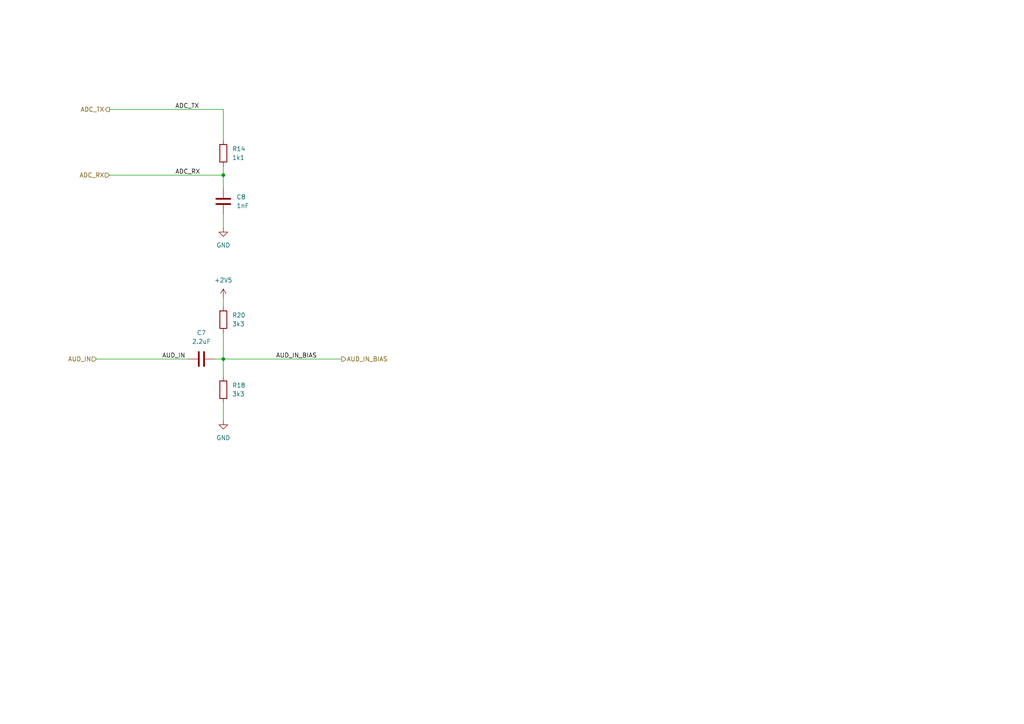
<source format=kicad_sch>
(kicad_sch
	(version 20250114)
	(generator "eeschema")
	(generator_version "9.0")
	(uuid "772ff847-a194-466b-b27b-2c6e74b275df")
	(paper "A4")
	(lib_symbols
		(symbol "Device:C"
			(pin_numbers
				(hide yes)
			)
			(pin_names
				(offset 0.254)
			)
			(exclude_from_sim no)
			(in_bom yes)
			(on_board yes)
			(property "Reference" "C"
				(at 0.635 2.54 0)
				(effects
					(font
						(size 1.27 1.27)
					)
					(justify left)
				)
			)
			(property "Value" "C"
				(at 0.635 -2.54 0)
				(effects
					(font
						(size 1.27 1.27)
					)
					(justify left)
				)
			)
			(property "Footprint" ""
				(at 0.9652 -3.81 0)
				(effects
					(font
						(size 1.27 1.27)
					)
					(hide yes)
				)
			)
			(property "Datasheet" "~"
				(at 0 0 0)
				(effects
					(font
						(size 1.27 1.27)
					)
					(hide yes)
				)
			)
			(property "Description" "Unpolarized capacitor"
				(at 0 0 0)
				(effects
					(font
						(size 1.27 1.27)
					)
					(hide yes)
				)
			)
			(property "ki_keywords" "cap capacitor"
				(at 0 0 0)
				(effects
					(font
						(size 1.27 1.27)
					)
					(hide yes)
				)
			)
			(property "ki_fp_filters" "C_*"
				(at 0 0 0)
				(effects
					(font
						(size 1.27 1.27)
					)
					(hide yes)
				)
			)
			(symbol "C_0_1"
				(polyline
					(pts
						(xy -2.032 0.762) (xy 2.032 0.762)
					)
					(stroke
						(width 0.508)
						(type default)
					)
					(fill
						(type none)
					)
				)
				(polyline
					(pts
						(xy -2.032 -0.762) (xy 2.032 -0.762)
					)
					(stroke
						(width 0.508)
						(type default)
					)
					(fill
						(type none)
					)
				)
			)
			(symbol "C_1_1"
				(pin passive line
					(at 0 3.81 270)
					(length 2.794)
					(name "~"
						(effects
							(font
								(size 1.27 1.27)
							)
						)
					)
					(number "1"
						(effects
							(font
								(size 1.27 1.27)
							)
						)
					)
				)
				(pin passive line
					(at 0 -3.81 90)
					(length 2.794)
					(name "~"
						(effects
							(font
								(size 1.27 1.27)
							)
						)
					)
					(number "2"
						(effects
							(font
								(size 1.27 1.27)
							)
						)
					)
				)
			)
			(embedded_fonts no)
		)
		(symbol "Device:R"
			(pin_numbers
				(hide yes)
			)
			(pin_names
				(offset 0)
			)
			(exclude_from_sim no)
			(in_bom yes)
			(on_board yes)
			(property "Reference" "R"
				(at 2.032 0 90)
				(effects
					(font
						(size 1.27 1.27)
					)
				)
			)
			(property "Value" "R"
				(at 0 0 90)
				(effects
					(font
						(size 1.27 1.27)
					)
				)
			)
			(property "Footprint" ""
				(at -1.778 0 90)
				(effects
					(font
						(size 1.27 1.27)
					)
					(hide yes)
				)
			)
			(property "Datasheet" "~"
				(at 0 0 0)
				(effects
					(font
						(size 1.27 1.27)
					)
					(hide yes)
				)
			)
			(property "Description" "Resistor"
				(at 0 0 0)
				(effects
					(font
						(size 1.27 1.27)
					)
					(hide yes)
				)
			)
			(property "ki_keywords" "R res resistor"
				(at 0 0 0)
				(effects
					(font
						(size 1.27 1.27)
					)
					(hide yes)
				)
			)
			(property "ki_fp_filters" "R_*"
				(at 0 0 0)
				(effects
					(font
						(size 1.27 1.27)
					)
					(hide yes)
				)
			)
			(symbol "R_0_1"
				(rectangle
					(start -1.016 -2.54)
					(end 1.016 2.54)
					(stroke
						(width 0.254)
						(type default)
					)
					(fill
						(type none)
					)
				)
			)
			(symbol "R_1_1"
				(pin passive line
					(at 0 3.81 270)
					(length 1.27)
					(name "~"
						(effects
							(font
								(size 1.27 1.27)
							)
						)
					)
					(number "1"
						(effects
							(font
								(size 1.27 1.27)
							)
						)
					)
				)
				(pin passive line
					(at 0 -3.81 90)
					(length 1.27)
					(name "~"
						(effects
							(font
								(size 1.27 1.27)
							)
						)
					)
					(number "2"
						(effects
							(font
								(size 1.27 1.27)
							)
						)
					)
				)
			)
			(embedded_fonts no)
		)
		(symbol "power:+2V5"
			(power)
			(pin_numbers
				(hide yes)
			)
			(pin_names
				(offset 0)
				(hide yes)
			)
			(exclude_from_sim no)
			(in_bom yes)
			(on_board yes)
			(property "Reference" "#PWR"
				(at 0 -3.81 0)
				(effects
					(font
						(size 1.27 1.27)
					)
					(hide yes)
				)
			)
			(property "Value" "+2V5"
				(at 0 3.556 0)
				(effects
					(font
						(size 1.27 1.27)
					)
				)
			)
			(property "Footprint" ""
				(at 0 0 0)
				(effects
					(font
						(size 1.27 1.27)
					)
					(hide yes)
				)
			)
			(property "Datasheet" ""
				(at 0 0 0)
				(effects
					(font
						(size 1.27 1.27)
					)
					(hide yes)
				)
			)
			(property "Description" "Power symbol creates a global label with name \"+2V5\""
				(at 0 0 0)
				(effects
					(font
						(size 1.27 1.27)
					)
					(hide yes)
				)
			)
			(property "ki_keywords" "global power"
				(at 0 0 0)
				(effects
					(font
						(size 1.27 1.27)
					)
					(hide yes)
				)
			)
			(symbol "+2V5_0_1"
				(polyline
					(pts
						(xy -0.762 1.27) (xy 0 2.54)
					)
					(stroke
						(width 0)
						(type default)
					)
					(fill
						(type none)
					)
				)
				(polyline
					(pts
						(xy 0 2.54) (xy 0.762 1.27)
					)
					(stroke
						(width 0)
						(type default)
					)
					(fill
						(type none)
					)
				)
				(polyline
					(pts
						(xy 0 0) (xy 0 2.54)
					)
					(stroke
						(width 0)
						(type default)
					)
					(fill
						(type none)
					)
				)
			)
			(symbol "+2V5_1_1"
				(pin power_in line
					(at 0 0 90)
					(length 0)
					(name "~"
						(effects
							(font
								(size 1.27 1.27)
							)
						)
					)
					(number "1"
						(effects
							(font
								(size 1.27 1.27)
							)
						)
					)
				)
			)
			(embedded_fonts no)
		)
		(symbol "power:GND"
			(power)
			(pin_numbers
				(hide yes)
			)
			(pin_names
				(offset 0)
				(hide yes)
			)
			(exclude_from_sim no)
			(in_bom yes)
			(on_board yes)
			(property "Reference" "#PWR"
				(at 0 -6.35 0)
				(effects
					(font
						(size 1.27 1.27)
					)
					(hide yes)
				)
			)
			(property "Value" "GND"
				(at 0 -3.81 0)
				(effects
					(font
						(size 1.27 1.27)
					)
				)
			)
			(property "Footprint" ""
				(at 0 0 0)
				(effects
					(font
						(size 1.27 1.27)
					)
					(hide yes)
				)
			)
			(property "Datasheet" ""
				(at 0 0 0)
				(effects
					(font
						(size 1.27 1.27)
					)
					(hide yes)
				)
			)
			(property "Description" "Power symbol creates a global label with name \"GND\" , ground"
				(at 0 0 0)
				(effects
					(font
						(size 1.27 1.27)
					)
					(hide yes)
				)
			)
			(property "ki_keywords" "global power"
				(at 0 0 0)
				(effects
					(font
						(size 1.27 1.27)
					)
					(hide yes)
				)
			)
			(symbol "GND_0_1"
				(polyline
					(pts
						(xy 0 0) (xy 0 -1.27) (xy 1.27 -1.27) (xy 0 -2.54) (xy -1.27 -1.27) (xy 0 -1.27)
					)
					(stroke
						(width 0)
						(type default)
					)
					(fill
						(type none)
					)
				)
			)
			(symbol "GND_1_1"
				(pin power_in line
					(at 0 0 270)
					(length 0)
					(name "~"
						(effects
							(font
								(size 1.27 1.27)
							)
						)
					)
					(number "1"
						(effects
							(font
								(size 1.27 1.27)
							)
						)
					)
				)
			)
			(embedded_fonts no)
		)
	)
	(junction
		(at 64.77 104.14)
		(diameter 0)
		(color 0 0 0 0)
		(uuid "782daec6-40ab-4d79-b82c-09671efd35fb")
	)
	(junction
		(at 64.77 50.8)
		(diameter 0)
		(color 0 0 0 0)
		(uuid "e2de462b-c113-4a94-9b74-4d9c4b42f9e5")
	)
	(wire
		(pts
			(xy 64.77 96.52) (xy 64.77 104.14)
		)
		(stroke
			(width 0)
			(type default)
		)
		(uuid "0466f364-92e4-428d-a108-08afee8c513c")
	)
	(wire
		(pts
			(xy 31.75 31.75) (xy 64.77 31.75)
		)
		(stroke
			(width 0)
			(type default)
		)
		(uuid "0cc43b31-eeac-49b5-8dde-6a7b30e322e9")
	)
	(wire
		(pts
			(xy 64.77 86.36) (xy 64.77 88.9)
		)
		(stroke
			(width 0)
			(type default)
		)
		(uuid "0da09da5-f3c5-4f76-8822-b7fcce42923d")
	)
	(wire
		(pts
			(xy 62.23 104.14) (xy 64.77 104.14)
		)
		(stroke
			(width 0)
			(type default)
		)
		(uuid "20317500-f239-458e-805f-da547b818fdf")
	)
	(wire
		(pts
			(xy 64.77 40.64) (xy 64.77 31.75)
		)
		(stroke
			(width 0)
			(type default)
		)
		(uuid "3cef5acd-41b8-4342-b27f-e9d9a81eda32")
	)
	(wire
		(pts
			(xy 64.77 104.14) (xy 99.06 104.14)
		)
		(stroke
			(width 0)
			(type default)
		)
		(uuid "53e695c2-6e0f-4921-847a-5ab44c066225")
	)
	(wire
		(pts
			(xy 64.77 104.14) (xy 64.77 109.22)
		)
		(stroke
			(width 0)
			(type default)
		)
		(uuid "594d93c4-2423-4c97-a414-f0f0b92d49f5")
	)
	(wire
		(pts
			(xy 27.94 104.14) (xy 54.61 104.14)
		)
		(stroke
			(width 0)
			(type default)
		)
		(uuid "9300e5dc-94f9-4159-b1ee-a90fdc87ca86")
	)
	(wire
		(pts
			(xy 64.77 62.23) (xy 64.77 66.04)
		)
		(stroke
			(width 0)
			(type default)
		)
		(uuid "9a8bdc72-bcce-4b45-b6ba-f2b3e0cbceba")
	)
	(wire
		(pts
			(xy 64.77 50.8) (xy 64.77 54.61)
		)
		(stroke
			(width 0)
			(type default)
		)
		(uuid "a0195bb6-a69e-4d5f-be47-c5f7ee4646af")
	)
	(wire
		(pts
			(xy 31.75 50.8) (xy 64.77 50.8)
		)
		(stroke
			(width 0)
			(type default)
		)
		(uuid "b0f1ec8e-8924-4f38-a55b-916139eb51b1")
	)
	(wire
		(pts
			(xy 64.77 116.84) (xy 64.77 121.92)
		)
		(stroke
			(width 0)
			(type default)
		)
		(uuid "dea92f9a-a828-4336-b2f0-58a4f0dbbbe2")
	)
	(wire
		(pts
			(xy 64.77 48.26) (xy 64.77 50.8)
		)
		(stroke
			(width 0)
			(type default)
		)
		(uuid "ebd0cfe5-0e2b-4486-94f2-e92587b30be9")
	)
	(label "AUD_IN_BIAS"
		(at 80.01 104.14 0)
		(effects
			(font
				(size 1.27 1.27)
			)
			(justify left bottom)
		)
		(uuid "334400a1-d822-4c90-84a3-c1056fa3a466")
	)
	(label "ADC_RX"
		(at 50.8 50.8 0)
		(effects
			(font
				(size 1.27 1.27)
			)
			(justify left bottom)
		)
		(uuid "378375b1-1290-42fc-8e13-4247b057fb56")
	)
	(label "AUD_IN"
		(at 46.99 104.14 0)
		(effects
			(font
				(size 1.27 1.27)
			)
			(justify left bottom)
		)
		(uuid "48b837a8-7028-429c-8593-473880b1c773")
	)
	(label "ADC_TX"
		(at 50.8 31.75 0)
		(effects
			(font
				(size 1.27 1.27)
			)
			(justify left bottom)
		)
		(uuid "c1ca05a6-4cdc-4ad5-89ec-b4d94499e3f3")
	)
	(hierarchical_label "ADC_RX"
		(shape input)
		(at 31.75 50.8 180)
		(effects
			(font
				(size 1.27 1.27)
			)
			(justify right)
		)
		(uuid "9ac4167d-c812-4cd6-a312-c1e6f6b895e8")
	)
	(hierarchical_label "AUD_IN_BIAS"
		(shape output)
		(at 99.06 104.14 0)
		(effects
			(font
				(size 1.27 1.27)
			)
			(justify left)
		)
		(uuid "aef19c8a-2be7-46ac-8a6d-7e63c5587c03")
	)
	(hierarchical_label "ADC_TX"
		(shape output)
		(at 31.75 31.75 180)
		(effects
			(font
				(size 1.27 1.27)
			)
			(justify right)
		)
		(uuid "cff769a2-6a55-4662-b14a-93983a23f6df")
	)
	(hierarchical_label "AUD_IN"
		(shape input)
		(at 27.94 104.14 180)
		(effects
			(font
				(size 1.27 1.27)
			)
			(justify right)
		)
		(uuid "d04df2a7-bb22-48ad-8fdb-d50a56b0f1f0")
	)
	(symbol
		(lib_id "Device:C")
		(at 58.42 104.14 90)
		(unit 1)
		(exclude_from_sim no)
		(in_bom yes)
		(on_board yes)
		(dnp no)
		(fields_autoplaced yes)
		(uuid "06cd2056-a0de-432b-94d9-ce164b589e7c")
		(property "Reference" "C7"
			(at 58.42 96.52 90)
			(effects
				(font
					(size 1.27 1.27)
				)
			)
		)
		(property "Value" "2.2uF"
			(at 58.42 99.06 90)
			(effects
				(font
					(size 1.27 1.27)
				)
			)
		)
		(property "Footprint" "Capacitor_SMD:C_0603_1608Metric"
			(at 62.23 103.1748 0)
			(effects
				(font
					(size 1.27 1.27)
				)
				(hide yes)
			)
		)
		(property "Datasheet" "~"
			(at 58.42 104.14 0)
			(effects
				(font
					(size 1.27 1.27)
				)
				(hide yes)
			)
		)
		(property "Description" "Unpolarized capacitor"
			(at 58.42 104.14 0)
			(effects
				(font
					(size 1.27 1.27)
				)
				(hide yes)
			)
		)
		(pin "1"
			(uuid "863813e9-a679-4403-9773-ec31e0c08b99")
		)
		(pin "2"
			(uuid "67b0787d-e17d-4013-9328-cf0d8f59c669")
		)
		(instances
			(project ""
				(path "/f8f92944-710a-49a0-a698-f840e5f20e15/1dc50d40-2acd-4c26-808b-1819716fc764"
					(reference "C7")
					(unit 1)
				)
			)
		)
	)
	(symbol
		(lib_id "Device:R")
		(at 64.77 92.71 0)
		(unit 1)
		(exclude_from_sim no)
		(in_bom yes)
		(on_board yes)
		(dnp no)
		(fields_autoplaced yes)
		(uuid "09443756-87f3-4fb0-b02b-0904f5448470")
		(property "Reference" "R20"
			(at 67.31 91.4399 0)
			(effects
				(font
					(size 1.27 1.27)
				)
				(justify left)
			)
		)
		(property "Value" "3k3"
			(at 67.31 93.9799 0)
			(effects
				(font
					(size 1.27 1.27)
				)
				(justify left)
			)
		)
		(property "Footprint" "Resistor_SMD:R_0603_1608Metric"
			(at 62.992 92.71 90)
			(effects
				(font
					(size 1.27 1.27)
				)
				(hide yes)
			)
		)
		(property "Datasheet" "~"
			(at 64.77 92.71 0)
			(effects
				(font
					(size 1.27 1.27)
				)
				(hide yes)
			)
		)
		(property "Description" "Resistor"
			(at 64.77 92.71 0)
			(effects
				(font
					(size 1.27 1.27)
				)
				(hide yes)
			)
		)
		(pin "1"
			(uuid "ce7cdc88-b3c6-4cbf-b1d4-1a87612f0c62")
		)
		(pin "2"
			(uuid "947769bf-805f-495e-baeb-9ce95d7d439a")
		)
		(instances
			(project ""
				(path "/f8f92944-710a-49a0-a698-f840e5f20e15/1dc50d40-2acd-4c26-808b-1819716fc764"
					(reference "R20")
					(unit 1)
				)
			)
		)
	)
	(symbol
		(lib_id "Device:R")
		(at 64.77 113.03 0)
		(unit 1)
		(exclude_from_sim no)
		(in_bom yes)
		(on_board yes)
		(dnp no)
		(fields_autoplaced yes)
		(uuid "3c174f6a-0a8c-4854-bd0b-9cf0494d4ea7")
		(property "Reference" "R18"
			(at 67.31 111.7599 0)
			(effects
				(font
					(size 1.27 1.27)
				)
				(justify left)
			)
		)
		(property "Value" "3k3"
			(at 67.31 114.2999 0)
			(effects
				(font
					(size 1.27 1.27)
				)
				(justify left)
			)
		)
		(property "Footprint" "Resistor_SMD:R_0603_1608Metric"
			(at 62.992 113.03 90)
			(effects
				(font
					(size 1.27 1.27)
				)
				(hide yes)
			)
		)
		(property "Datasheet" "~"
			(at 64.77 113.03 0)
			(effects
				(font
					(size 1.27 1.27)
				)
				(hide yes)
			)
		)
		(property "Description" "Resistor"
			(at 64.77 113.03 0)
			(effects
				(font
					(size 1.27 1.27)
				)
				(hide yes)
			)
		)
		(pin "1"
			(uuid "93a1b44b-16f0-4eff-9243-9dd22c2e5ed7")
		)
		(pin "2"
			(uuid "ab52e501-ff9e-4b8c-ae01-67f07897fc25")
		)
		(instances
			(project "pokeymax4b"
				(path "/f8f92944-710a-49a0-a698-f840e5f20e15/1dc50d40-2acd-4c26-808b-1819716fc764"
					(reference "R18")
					(unit 1)
				)
			)
		)
	)
	(symbol
		(lib_id "power:+2V5")
		(at 64.77 86.36 0)
		(unit 1)
		(exclude_from_sim no)
		(in_bom yes)
		(on_board yes)
		(dnp no)
		(fields_autoplaced yes)
		(uuid "4492d9c5-9f0c-4434-b18a-0a87f8a7320a")
		(property "Reference" "#PWR038"
			(at 64.77 90.17 0)
			(effects
				(font
					(size 1.27 1.27)
				)
				(hide yes)
			)
		)
		(property "Value" "+2V5"
			(at 64.77 81.28 0)
			(effects
				(font
					(size 1.27 1.27)
				)
			)
		)
		(property "Footprint" ""
			(at 64.77 86.36 0)
			(effects
				(font
					(size 1.27 1.27)
				)
				(hide yes)
			)
		)
		(property "Datasheet" ""
			(at 64.77 86.36 0)
			(effects
				(font
					(size 1.27 1.27)
				)
				(hide yes)
			)
		)
		(property "Description" "Power symbol creates a global label with name \"+2V5\""
			(at 64.77 86.36 0)
			(effects
				(font
					(size 1.27 1.27)
				)
				(hide yes)
			)
		)
		(pin "1"
			(uuid "3824f770-5cb1-4f02-a890-7a1b043ff467")
		)
		(instances
			(project ""
				(path "/f8f92944-710a-49a0-a698-f840e5f20e15/1dc50d40-2acd-4c26-808b-1819716fc764"
					(reference "#PWR038")
					(unit 1)
				)
			)
		)
	)
	(symbol
		(lib_id "power:GND")
		(at 64.77 66.04 0)
		(unit 1)
		(exclude_from_sim no)
		(in_bom yes)
		(on_board yes)
		(dnp no)
		(fields_autoplaced yes)
		(uuid "945972f6-456c-4710-9df2-33dc825f4d15")
		(property "Reference" "#PWR036"
			(at 64.77 72.39 0)
			(effects
				(font
					(size 1.27 1.27)
				)
				(hide yes)
			)
		)
		(property "Value" "GND"
			(at 64.77 71.12 0)
			(effects
				(font
					(size 1.27 1.27)
				)
			)
		)
		(property "Footprint" ""
			(at 64.77 66.04 0)
			(effects
				(font
					(size 1.27 1.27)
				)
				(hide yes)
			)
		)
		(property "Datasheet" ""
			(at 64.77 66.04 0)
			(effects
				(font
					(size 1.27 1.27)
				)
				(hide yes)
			)
		)
		(property "Description" "Power symbol creates a global label with name \"GND\" , ground"
			(at 64.77 66.04 0)
			(effects
				(font
					(size 1.27 1.27)
				)
				(hide yes)
			)
		)
		(pin "1"
			(uuid "ad522a48-b0af-498a-95c5-1623c31d2589")
		)
		(instances
			(project ""
				(path "/f8f92944-710a-49a0-a698-f840e5f20e15/1dc50d40-2acd-4c26-808b-1819716fc764"
					(reference "#PWR036")
					(unit 1)
				)
			)
		)
	)
	(symbol
		(lib_id "Device:R")
		(at 64.77 44.45 0)
		(unit 1)
		(exclude_from_sim no)
		(in_bom yes)
		(on_board yes)
		(dnp no)
		(fields_autoplaced yes)
		(uuid "971f0099-318a-42a4-aee4-8740ef73c374")
		(property "Reference" "R14"
			(at 67.31 43.1799 0)
			(effects
				(font
					(size 1.27 1.27)
				)
				(justify left)
			)
		)
		(property "Value" "1k1"
			(at 67.31 45.7199 0)
			(effects
				(font
					(size 1.27 1.27)
				)
				(justify left)
			)
		)
		(property "Footprint" "Resistor_SMD:R_0603_1608Metric"
			(at 62.992 44.45 90)
			(effects
				(font
					(size 1.27 1.27)
				)
				(hide yes)
			)
		)
		(property "Datasheet" "~"
			(at 64.77 44.45 0)
			(effects
				(font
					(size 1.27 1.27)
				)
				(hide yes)
			)
		)
		(property "Description" "Resistor"
			(at 64.77 44.45 0)
			(effects
				(font
					(size 1.27 1.27)
				)
				(hide yes)
			)
		)
		(pin "2"
			(uuid "dab00a8d-7729-438e-9673-63813aa46a87")
		)
		(pin "1"
			(uuid "3b0f4286-72c6-4efe-8ad1-89c5b67e5d0a")
		)
		(instances
			(project ""
				(path "/f8f92944-710a-49a0-a698-f840e5f20e15/1dc50d40-2acd-4c26-808b-1819716fc764"
					(reference "R14")
					(unit 1)
				)
			)
		)
	)
	(symbol
		(lib_id "Device:C")
		(at 64.77 58.42 0)
		(unit 1)
		(exclude_from_sim no)
		(in_bom yes)
		(on_board yes)
		(dnp no)
		(fields_autoplaced yes)
		(uuid "abe35a00-08d8-443a-9731-b3df85251e37")
		(property "Reference" "C8"
			(at 68.58 57.1499 0)
			(effects
				(font
					(size 1.27 1.27)
				)
				(justify left)
			)
		)
		(property "Value" "1nF"
			(at 68.58 59.6899 0)
			(effects
				(font
					(size 1.27 1.27)
				)
				(justify left)
			)
		)
		(property "Footprint" "Capacitor_SMD:C_0603_1608Metric"
			(at 65.7352 62.23 0)
			(effects
				(font
					(size 1.27 1.27)
				)
				(hide yes)
			)
		)
		(property "Datasheet" "~"
			(at 64.77 58.42 0)
			(effects
				(font
					(size 1.27 1.27)
				)
				(hide yes)
			)
		)
		(property "Description" "Unpolarized capacitor"
			(at 64.77 58.42 0)
			(effects
				(font
					(size 1.27 1.27)
				)
				(hide yes)
			)
		)
		(pin "1"
			(uuid "affee368-0878-49ce-8cc1-ea404548f731")
		)
		(pin "2"
			(uuid "d22beb7c-fea3-4044-92a5-0dffacc266e2")
		)
		(instances
			(project ""
				(path "/f8f92944-710a-49a0-a698-f840e5f20e15/1dc50d40-2acd-4c26-808b-1819716fc764"
					(reference "C8")
					(unit 1)
				)
			)
		)
	)
	(symbol
		(lib_id "power:GND")
		(at 64.77 121.92 0)
		(unit 1)
		(exclude_from_sim no)
		(in_bom yes)
		(on_board yes)
		(dnp no)
		(fields_autoplaced yes)
		(uuid "d9cb2843-1bc3-4eb9-81b8-c792523866f7")
		(property "Reference" "#PWR037"
			(at 64.77 128.27 0)
			(effects
				(font
					(size 1.27 1.27)
				)
				(hide yes)
			)
		)
		(property "Value" "GND"
			(at 64.77 127 0)
			(effects
				(font
					(size 1.27 1.27)
				)
			)
		)
		(property "Footprint" ""
			(at 64.77 121.92 0)
			(effects
				(font
					(size 1.27 1.27)
				)
				(hide yes)
			)
		)
		(property "Datasheet" ""
			(at 64.77 121.92 0)
			(effects
				(font
					(size 1.27 1.27)
				)
				(hide yes)
			)
		)
		(property "Description" "Power symbol creates a global label with name \"GND\" , ground"
			(at 64.77 121.92 0)
			(effects
				(font
					(size 1.27 1.27)
				)
				(hide yes)
			)
		)
		(pin "1"
			(uuid "ea3258cb-1e85-4d9b-834d-2092b1fe5ad2")
		)
		(instances
			(project ""
				(path "/f8f92944-710a-49a0-a698-f840e5f20e15/1dc50d40-2acd-4c26-808b-1819716fc764"
					(reference "#PWR037")
					(unit 1)
				)
			)
		)
	)
)

</source>
